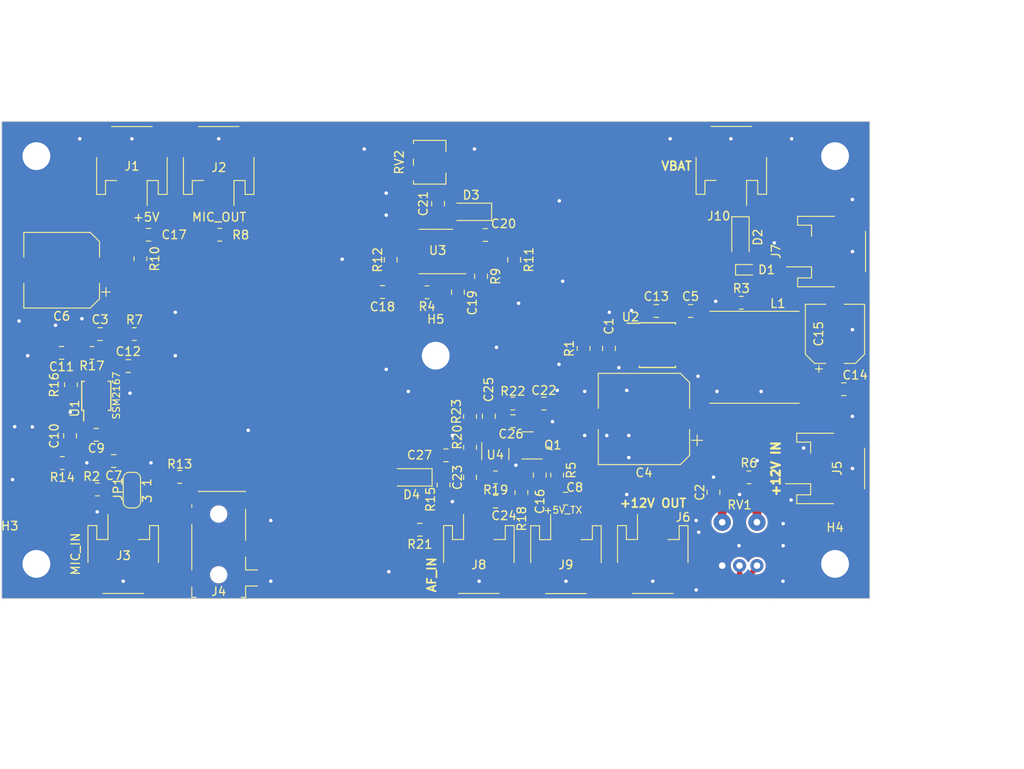
<source format=kicad_pcb>
(kicad_pcb (version 20221018) (generator pcbnew)
  (layers (0 "F.Cu" signal) (31 "B.Cu" signal) (34 "B.Paste" user) (35 "F.Paste" user) (36 "B.SilkS" user "B.Silkscreen") (37 "F.SilkS" user "F.Silkscreen") (38 "B.Mask" user) (39 "F.Mask" user) (44 "Edge.Cuts" user))
  (net 0 "")
  (net 1 "/MIC")
  (net 2 "Net-(C3-Pad2)")
  (net 3 "Earth")
  (net 4 "Net-(D1-K)")
  (net 5 "Net-(U2--)")
  (net 6 "+5V")
  (net 7 "Net-(U1-~{SD})")
  (net 8 "Net-(J4-PadR)")
  (net 10 "Net-(JP1-B)")
  (net 11 "Net-(JP1-A)")
  (net 13 "+12V")
  (net 14 "Net-(U1-VOUT)")
  (net 15 "Net-(U2-BYPASS)")
  (net 16 "/+5V_MIC_COMP")
  (net 17 "Net-(U1-IN+)")
  (net 18 "TX+5V")
  (net 19 "Net-(U1-BUFOUT)")
  (net 20 "Net-(U1-VCAIN)")
  (net 21 "Net-(Q1-G)")
  (net 22 "Net-(U1-AVG)")
  (net 23 "Net-(C13-Pad1)")
  (net 24 "Net-(C13-Pad2)")
  (net 25 "Net-(C14-Pad1)")
  (net 26 "/SPK")
  (net 27 "/AUDIO_IN")
  (net 28 "Net-(C22-Pad2)")
  (net 29 "Net-(L1-Pad1)")
  (net 30 "Net-(U4-G1)")
  (net 31 "Net-(R1-Pad1)")
  (net 32 "Net-(U1-GATE)")
  (net 33 "Net-(U1-COMP)")
  (net 34 "Net-(U4-G2)")
  (net 35 "Net-(U3A--)")
  (net 36 "Net-(U3A-+)")
  (net 37 "Net-(D3-K)")
  (net 38 "Net-(D3-A)")
  (net 39 "Net-(R11-Pad1)")
  (net 40 "Net-(U4-S)")
  (net 41 "Net-(U4-D)")
  (net 42 "/AF_AGC_OUT")
  (net 43 "/VBAT")
  (net 44 "Net-(D4-K)")
  (net 45 "Net-(D4-A)")
  (net 46 "/MIC_OUT")
  (net 47 "/+12V_IN")
  (net 48 "Net-(C19-Pad1)")
  (footprint "Resistor_SMD:R_0805_2012Metric" (layer "F.Cu") (at 155.2 60.9)
    (fp_text reference "R3")
    (fp_text value "47R")
  )
  (footprint "MountingHole:MountingHole_3.2mm_M3_Pad" (layer "F.Cu") (at 74 44)
    (fp_text reference "H1" hide)
    (fp_text value "MH")
  )
  (footprint "Capacitor_SMD:CP_Elec_8x10.5" (layer "F.Cu") (at 76.9112 57.15 180)
    (fp_text reference "C6")
    (fp_text value "100uFx6.3V")
  )
  (footprint "PhilsFootprintLibrary:Potentiometer_Switch" (layer "F.Cu") (at 155 91.2)
    (fp_text reference "RV1")
    (fp_text value "A10K")
    (fp_line (start -3.8 3.8) (end 3.8 3.8) (stroke (width 0.12)) (layer "Edge.Cuts"))
  )
  (footprint "Capacitor_SMD:C_0805_2012Metric" (layer "F.Cu") (at 132.461 72.517 180)
    (fp_text reference "C22")
    (fp_text value "106")
  )
  (footprint "Connector_JST:JST_PH_S2B-PH-SM4-TB_1x02-1MP_P2.00mm_Horizontal" (layer "F.Cu") (at 124.968 89.9)
    (fp_text reference "J8")
    (fp_text value "AF_IN")
  )
  (footprint "Diode_SMD:D_SOD-123" (layer "F.Cu") (at 124.079 50.419 180)
    (fp_text reference "D3")
    (fp_text value "MBR0520")
  )
  (footprint "Capacitor_SMD:CP_Elec_6.3x3" (layer "F.Cu") (at 165.989 64.483 90)
    (fp_text reference "C15")
    (fp_text value "227")
  )
  (footprint "Resistor_SMD:R_0805_2012Metric" (layer "F.Cu") (at 90.51 80.97 180)
    (fp_text reference "R13")
    (fp_text value "101")
  )
  (footprint "MountingHole:MountingHole_3.2mm_M3_Pad" (layer "F.Cu") (at 74 91)
    (fp_text reference "H3")
    (fp_text value "MH")
  )
  (footprint "Capacitor_SMD:CP_Elec_10x12.6" (layer "F.Cu") (at 143.986 74.295 180)
    (fp_text reference "C4")
    (fp_text value "1000uFx16V")
  )
  (footprint "Capacitor_SMD:C_0805_2012Metric" (layer "F.Cu") (at 145.415 61.849)
    (fp_text reference "C13")
    (fp_text value "106")
  )
  (footprint "Capacitor_SMD:C_0805_2012Metric" (layer "F.Cu") (at 134.96 83.48)
    (fp_text reference "C8")
    (fp_text value "104")
  )
  (footprint "Capacitor_SMD:C_0805_2012Metric" (layer "F.Cu") (at 82.9056 79.1464 180)
    (fp_text reference "C7")
    (fp_text value "104")
  )
  (footprint "Capacitor_SMD:C_0805_2012Metric" (layer "F.Cu") (at 128.905 74.549)
    (fp_text reference "C26")
    (fp_text value "106")
  )
  (footprint "Diode_SMD:D_SOD-523" (layer "F.Cu") (at 155.8 57.1)
    (fp_text reference "D1")
    (fp_text value "DZ2S036X0L")
  )
  (footprint "Resistor_SMD:R_0805_2012Metric" (layer "F.Cu") (at 77.978 70.358 -90)
    (fp_text reference "R16")
    (fp_text value "202")
  )
  (footprint "Resistor_SMD:R_0805_2012Metric" (layer "F.Cu") (at 120.904 81.915 -90)
    (fp_text reference "R15")
    (fp_text value "103")
  )
  (footprint "Capacitor_SMD:C_0805_2012Metric" (layer "F.Cu") (at 118.17 87.06 180)
    (fp_text reference "R21")
    (fp_text value "102")
  )
  (footprint "Resistor_SMD:R_0805_2012Metric" (layer "F.Cu") (at 128.8815 72.517 180)
    (fp_text reference "R22")
    (fp_text value "681")
  )
  (footprint "Package_TO_SOT_SMD:SOT-23" (layer "F.Cu") (at 130.6045 77.343 180)
    (fp_text reference "Q1")
    (fp_text value "BSS123")
  )
  (footprint "Diode_SMD:D_SOD-123" (layer "F.Cu") (at 117.221 81.026 180)
    (fp_text reference "D4")
    (fp_text value "MBR0520")
  )
  (footprint "Capacitor_SMD:C_0805_2012Metric" (layer "F.Cu") (at 86.9188 53.0606)
    (fp_text reference "C17")
    (fp_text value "104")
  )
  (footprint "Capacitor_SMD:C_0805_2012Metric" (layer "F.Cu") (at 151.9936 82.7532 -90)
    (fp_text reference "C2")
    (fp_text value "106")
  )
  (footprint "MountingHole:MountingHole_3.2mm_M3_Pad" (layer "F.Cu") (at 166 44)
    (fp_text reference "H2" hide)
    (fp_text value "MH")
  )
  (footprint "Connector_JST:JST_PH_S2B-PH-SM4-TB_1x02-1MP_P2.00mm_Horizontal" (layer "F.Cu") (at 164.8968 80 90)
    (fp_text reference "J5")
    (fp_text value "+12V IN")
  )
  (footprint "Capacitor_SMD:C_0805_2012Metric" (layer "F.Cu") (at 129.032 55.946 90)
    (fp_text reference "R11")
    (fp_text value "102")
  )
  (footprint "Capacitor_SMD:C_0805_2012Metric" (layer "F.Cu") (at 113.858 59.6646)
    (fp_text reference "C18")
    (fp_text value "104")
  )
  (footprint "Resistor_SMD:R_0805_2012Metric" (layer "F.Cu") (at 133.985 80.772 90)
    (fp_text reference "R5")
    (fp_text value "103")
  )
  (footprint "Connector_JST:JST_PH_S2B-PH-SM4-TB_1x02-1MP_P2.00mm_Horizontal" (layer "F.Cu") (at 154.051 45.085 180)
    (fp_text reference "J10")
    (fp_text value "VBAT")
  )
  (footprint "Resistor_SMD:R_0805_2012Metric" (layer "F.Cu") (at 76.9855 79.375 180)
    (fp_text reference "R14")
    (fp_text value "103")
  )
  (footprint "Capacitor_SMD:C_0805_2012Metric" (layer "F.Cu") (at 149.352 61.849)
    (fp_text reference "C5")
    (fp_text value "106")
  )
  (footprint "Resistor_SMD:R_0805_2012Metric" (layer "F.Cu") (at 85.2932 64.516)
    (fp_text reference "R7")
    (fp_text value "472")
  )
  (footprint "Resistor_SMD:R_0805_2012Metric" (layer "F.Cu") (at 81.026 82.423)
    (fp_text reference "R2")
    (fp_text value "103")
  )
  (footprint "Jumper:SolderJumper-3_P1.3mm_Open_RoundedPad1.0x1.5mm_NumberLabels" (layer "F.Cu") (at 85 82.5 -90)
    (fp_text reference "JP1")
    (fp_text value "MIC" hide)
  )
  (footprint "Capacitor_SMD:C_0805_2012Metric" (layer "F.Cu") (at 114.808 55.946 -90)
    (fp_text reference "R12")
    (fp_text value "105")
  )
  (footprint "Resistor_SMD:R_0805_2012Metric" (layer "F.Cu") (at 95.123 53.0606)
    (fp_text reference "R8")
    (fp_text value "472")
  )
  (footprint "Capacitor_SMD:C_0805_2012Metric" (layer "F.Cu") (at 76.901 66.675 180)
    (fp_text reference "C11")
    (fp_text value "104")
  )
  (footprint "Capacitor_SMD:C_0805_2012Metric" (layer "F.Cu") (at 120.269 49.469 -90)
    (fp_text reference "C21")
    (fp_text value "105")
  )
  (footprint "Resistor_SMD:R_0805_2012Metric" (layer "F.Cu") (at 156.083 81.026)
    (fp_text reference "R6")
    (fp_text value "106")
  )
  (footprint "Connector_JST:JST_PH_S2B-PH-SM4-TB_1x02-1MP_P2.00mm_Horizontal" (layer "F.Cu") (at 95 45.1 180)
    (fp_text reference "J2")
    (fp_text value "MIC_OUT")
  )
  (footprint "Capacitor_SMD:C_0805_2012Metric" (layer "F.Cu") (at 122.555 59.69 90)
    (fp_text reference "C19")
    (fp_text value "104")
  )
  (footprint "Capacitor_SMD:C_0805_2012Metric" (layer "F.Cu") (at 125.7198 53.086 180)
    (fp_text reference "C20")
    (fp_text value "104")
  )
  (footprint "Resistor_SMD:R_0805_2012Metric" (layer "F.Cu") (at 85.979 55.8273 -90)
    (fp_text reference "R10")
    (fp_text value "47R")
  )
  (footprint "Capacitor_SMD:C_0805_2012Metric" (layer "F.Cu") (at 84.582 68.199)
    (fp_text reference "C12")
    (fp_text value "106")
  )
  (footprint "Resistor_SMD:R_0805_2012Metric" (layer "F.Cu") (at 126.873 81.026)
    (fp_text reference "R19")
    (fp_text value "103")
  )
  (footprint "Resistor_SMD:R_0805_2012Metric" (layer "F.Cu") (at 129.8702 82.7786 90)
    (fp_text reference "R18")
    (fp_text value "103")
  )
  (footprint "Diode_SMD:D_SOD-123" (layer "F.Cu") (at 155.1 53.35 -90)
    (fp_text reference "D2")
    (fp_text value "1N4148")
  )
  (footprint "Connector_JST:JST_PH_S2B-PH-SM4-TB_1x02-1MP_P2.00mm_Horizontal" (layer "F.Cu") (at 84 89.9)
    (fp_text reference "J3")
    (fp_text value "MIC_IN")
  )
  (footprint "Capacitor_SMD:C_0805_2012Metric" (layer "F.Cu") (at 167.005 70.866)
    (fp_text reference "C14")
    (fp_text value "473")
  )
  (footprint "Capacitor_SMD:C_0805_2012Metric" (layer "F.Cu") (at 81.341 64.516)
    (fp_text reference "C3")
    (fp_text value "106")
  )
  (footprint "Capacitor_SMD:C_0805_2012Metric" (layer "F.Cu") (at 139.954 66.167 -90)
    (fp_text reference "C1")
    (fp_text value "222")
  )
  (footprint "Capacitor_SMD:C_0805_2012Metric" (layer "F.Cu") (at 80.899 76.1238 180)
    (fp_text reference "C9")
    (fp_text value "106")
  )
  (footprint "Capacitor_SMD:C_0805_2012Metric" (layer "F.Cu") (at 77.8764 76.2406 -90)
    (fp_text reference "C10")
    (fp_text value "104")
  )
  (footprint "Capacitor_SMD:C_0805_2012Metric" (layer "F.Cu") (at 131.9784 80.772 -90)
    (fp_text reference "C16")
    (fp_text value "104")
  )
  (footprint "Capacitor_SMD:C_0805_2012Metric" (layer "F.Cu") (at 121.1732 78.486)
    (fp_text reference "C27")
    (fp_text value "104")
  )
  (footprint "Resistor_SMD:R_0805_2012Metric" (layer "F.Cu") (at 123.952 77.5735 90)
    (fp_text reference "R20")
    (fp_text value "101")
  )
  (footprint "Resistor_SMD:R_0805_2012Metric" (layer "F.Cu") (at 123.952 74.0175 90)
    (fp_text reference "R23")
    (fp_text value "221")
  )
  (footprint "Connector_JST:JST_PH_S2B-PH-SM4-TB_1x02-1MP_P2.00mm_Horizontal" (layer "F.Cu") (at 85 45.1 180)
    (fp_text reference "J1")
    (fp_text value "+5V")
  )
  (footprint "PhilsFootprintLibrary:Jack_3.5mm_PJ342_Horizontal2" (layer "F.Cu") (at 95 87.95 180)
    (fp_text reference "J4")
    (fp_text value "AudioJack3_Ground_SwitchTR")
  )
  (footprint "Connector_JST:JST_PH_S2B-PH-SM4-TB_1x02-1MP_P2.00mm_Horizontal" (layer "F.Cu") (at 145 89.9)
    (fp_text reference "J6")
    (fp_text value "+12V OUT")
  )
  (footprint "Resistor_SMD:R_0805_2012Metric" (layer "F.Cu") (at 137.033 66.167 90)
    (fp_text reference "R1")
    (fp_text value "103")
  )
  (footprint "Package_SO:PowerIntegrations_SO-8" (layer "F.Cu") (at 145.542 65.786)
    (fp_text reference "U2")
    (fp_text value "LM386")
  )
  (footprint "Resistor_SMD:R_0805_2012Metric" (layer "F.Cu") (at 118.999 59.69 180)
    (fp_text reference "R4")
    (fp_text value "510")
  )
  (footprint "Package_TO_SOT_SMD:SOT-143R" (layer "F.Cu") (at 126.861 78.359)
    (fp_text reference "U4")
    (fp_text value "BF998R")
  )
  (footprint "MountingHole:MountingHole_3.2mm_M3_Pad" (layer "F.Cu") (at 166 91)
    (fp_text reference "H4")
    (fp_text value "MH")
  )
  (footprint "Capacitor_SMD:C_0805_2012Metric" (layer "F.Cu") (at 125.222 57.851 90)
    (fp_text reference "R9")
    (fp_text value "104")
  )
  (footprint "Capacitor_SMD:C_0805_2012Metric" (layer "F.Cu") (at 126.9 83.82)
    (fp_text reference "C24")
    (fp_text value "104")
  )
  (footprint "Package_SO:SO-8_3.9x4.9mm_P1.27mm" (layer "F.Cu") (at 120.015 54.991 180)
    (fp_text reference "U3")
    (fp_text value "LM358")
  )
  (footprint "Connector_JST:JST_PH_S2B-PH-SM4-TB_1x02-1MP_P2.00mm_Horizontal" (layer "F.Cu") (at 135.001 89.916)
    (fp_text reference "J9")
    (fp_text value "+5V_TX")
  )
  (footprint "Package_SO:MSOP-10_3x3mm_P0.5mm" (layer "F.Cu") (at 80.899 71.628 90)
    (fp_text reference "U1")
    (fp_text value "SSM2167")
  )
  (footprint "Capacitor_SMD:C_0805_2012Metric" (layer "F.Cu") (at 123.952 81.026 90)
    (fp_text reference "C23")
    (fp_text value "105")
  )
  (footprint "Connector_JST:JST_PH_S2B-PH-SM4-TB_1x02-1MP_P2.00mm_Horizontal" (layer "F.Cu") (at 165 55 90)
    (fp_text reference "J7")
    (fp_text value "SPEAKER")
  )
  (footprint "Capacitor_SMD:C_0805_2012Metric" (layer "F.Cu") (at 126.111 73.98 -90)
    (fp_text reference "C25")
    (fp_text value "106")
  )
  (footprint "Potentiometer_SMD:Potentiometer_Bourns_3224W_Vertical" (layer "F.Cu") (at 119.3038 44.704 90)
    (fp_text reference "RV2")
    (fp_text value "503")
  )
  (footprint "Resistor_SMD:R_0805_2012Metric" (layer "F.Cu") (at 80.391 66.675)
    (fp_text reference "R17")
    (fp_text value "473")
  )
  (footprint "MountingHole:MountingHole_3.2mm_M3_Pad" (layer "F.Cu") (at 120 67)
    (fp_text reference "H5")
    (fp_text value "MH")
  )
  (footprint "Inductor_SMD:L_Taiyo-Yuden_NR-10050_9.8x10.0mm" (layer "F.Cu") (at 156.718 67.183)
    (fp_text reference "L1")
    (fp_text value "L_Ferrite")
  )
  (gr_line (start 170 40) (end 170 95) (stroke (width 0.1)) (layer "Edge.Cuts"))
  (gr_line (start 170 95) (end 158.8 95) (stroke (width 0.1)) (layer "Edge.Cuts"))
  (gr_line (start 70 40) (end 170 40) (stroke (width 0.1)) (layer "Edge.Cuts"))
  (gr_line (start 70 95) (end 70 40) (stroke (width 0.1)) (layer "Edge.Cuts"))
  (gr_line (start 151.2 95) (end 70 95) (stroke (width 0.1)) (layer "Edge.Cuts"))
  (segment (start 82.0155 82.5) (end 81.9385 82.423) (width 0.6) (layer "F.Cu") (net 1))
  (segment (start 81.9556 79.1464) (end 81.9385 79.1635) (width 0.6) (layer "F.Cu") (net 1))
  (segment (start 83 85.9972) (end 81.9385 84.9357) (width 0.6) (layer "F.Cu") (net 1))
  (segment (start 85 82.5) (end 82.0155 82.5) (width 0.6) (layer "F.Cu") (net 1))
  (segment (start 81.9385 84.9357) (end 81.9385 82.423) (width 0.6) (layer "F.Cu") (net 1))
  (segment (start 81.9385 79.1635) (end 81.9385 82.423) (width 0.6) (layer "F.Cu") (net 1))
  (segment (start 83 87.05) (end 83 85.9972) (width 0.6) (layer "F.Cu") (net 1))
  (segment (start 82.291 64.516) (end 84.3807 64.516) (width 0.6) (layer "F.Cu") (net 2))
  (via (at 125 93) (size 0.8) (drill 0.4) (layers "F.Cu" "B.Cu") (net 3))
  (via (at 71.247 81.28) (size 0.8) (drill 0.4) (layers "F.Cu" "B.Cu") (net 3))
  (via (at 84 93) (size 0.8) (drill 0.4) (layers "F.Cu" "B.Cu") (net 3))
  (via (at 154.94 88.9) (size 0.8) (drill 0.4) (layers "F.Cu" "B.Cu") (net 3))
  (via (at 79.8068 79.3496) (size 0.8) (drill 0.4) (layers "F.Cu" "B.Cu") (net 3))
  (via (at 134.239 49.149) (size 0.8) (drill 0.4) (layers "F.Cu" "B.Cu") (net 3))
  (via (at 168 49) (size 0.8) (drill 0.4) (layers "F.Cu" "B.Cu") (net 3))
  (via (at 114.3 48.26) (size 0.8) (drill 0.4) (layers "F.Cu" "B.Cu") (net 3))
  (via (at 87.1982 79.3496) (size 0.8) (drill 0.4) (layers "F.Cu" "B.Cu") (net 3))
  (via (at 155 83) (size 0.8) (drill 0.4) (layers "F.Cu" "B.Cu") (net 3))
  (via (at 168 55) (size 0.8) (drill 0.4) (layers "F.Cu" "B.Cu") (net 3))
  (via (at 152.2476 60.7314) (size 0.8) (drill 0.4) (layers "F.Cu" "B.Cu") (net 3))
  (via (at 157.48 71.12) (size 0.8) (drill 0.4) (layers "F.Cu" "B.Cu") (net 3))
  (via (at 101 86) (size 0.8) (drill 0.4) (layers "F.Cu" "B.Cu") (net 3))
  (via (at 98.4 75.6) (size 0.8) (drill 0.4) (layers "F.Cu" "B.Cu") (net 3))
  (via (at 114.3 50.8) (size 0.8) (drill 0.4) (layers "F.Cu" "B.Cu") (net 3))
  (via (at 150 86) (size 0.8) (drill 0.4) (layers "F.Cu" "B.Cu") (net 3))
  (via (at 76.2 63.5) (size 0.8) (drill 0.4) (layers "F.Cu" "B.Cu") (net 3))
  (via (at 152 81) (size 0.8) (drill 0.4) (layers "F.Cu" "B.Cu") (net 3))
  (via (at 152.4 71.12) (size 0.8) (drill 0.4) (layers "F.Cu" "B.Cu") (net 3))
  (via (at 134.2 68) (size 0.8) (drill 0.4) (layers "F.Cu" "B.Cu") (net 3))
  (via (at 150 94) (size 0.8) (drill 0.4) (layers "F.Cu" "B.Cu") (net 3))
  (via (at 150.2918 87.3506) (size 0.8) (drill 0.4) (layers "F.Cu" "B.Cu") (net 3))
  (via (at 142 71) (size 0.8) (drill 0.4) (layers "F.Cu" "B.Cu") (net 3))
  (via (at 109.22 55.88) (size 0.8) (drill 0.4) (layers "F.Cu" "B.Cu") (net 3))
  (via (at 134.62 58.42) (size 0.8) (drill 0.4) (layers "F.Cu" "B.Cu") (net 3))
  (via (at 79 42) (size 0.8) (drill 0.4) (layers "F.Cu" "B.Cu") (net 3))
  (via (at 137.16 71.12) (size 0.8) (drill 0.4) (layers "F.Cu" "B.Cu") (net 3))
  (via (at 160.9344 83.6422) (size 0.8) (drill 0.4) (layers "F.Cu" "B.Cu") (net 3))
  (via (at 73.533 75.2094) (size 0.8) (drill 0.4) (layers "F.Cu" "B.Cu") (net 3))
  (via (at 116.84 71.12) (size 0.8) (drill 0.4) (layers "F.Cu" "B.Cu") (net 3))
  (via (at 147 42) (size 0.8) (drill 0.4) (layers "F.Cu" "B.Cu") (net 3))
  (via (at 114.3 68.58) (size 0.8) (drill 0.4) (layers "F.Cu" "B.Cu") (net 3))
  (via (at 73 67) (size 0.8) (drill 0.4) (layers "F.Cu" "B.Cu") (net 3))
  (via (at 121.92 76.2) (size 0.8) (drill 0.4) (layers "F.Cu" "B.Cu") (net 3))
  (via (at 168 64) (size 0.8) (drill 0.4) (layers "F.Cu" "B.Cu") (net 3))
  (via (at 90 62) (size 0.8) (drill 0.4) (layers "F.Cu" "B.Cu") (net 3))
  (via (at 111.76 43.18) (size 0.8) (drill 0.4) (layers "F.Cu" "B.Cu") (net 3))
  (via (at 81 85) (size 0.8) (drill 0.4) (layers "F.Cu" "B.Cu") (net 3))
  (via (at 168 74) (size 0.8) (drill 0.4) (layers "F.Cu" "B.Cu") (net 3))
  (via (at 129.2352 79.629) (size 0.8) (drill 0.4) (layers "F.Cu" "B.Cu") (net 3))
  (via (at 142.5448 61.7982) (size 0.8) (drill 0.4) (layers "F.Cu" "B.Cu") (net 3))
  (via (at 134 71) (size 0.8) (drill 0.4) (layers "F.Cu" "B.Cu") (net 3))
  (via (at 160.02 88.9) (size 0.8) (drill 0.4) (layers "F.Cu" "B.Cu") (net 3))
  (via (at 101 93) (size 0.8) (drill 0.4) (layers "F.Cu" "B.Cu") (net 3))
  (via (at 77.9018 73.5076) (size 0.8) (drill 0.4) (layers "F.Cu" "B.Cu") (net 3))
  (via (at 142.24 78.74) (size 0.8) (drill 0.4) (layers "F.Cu" "B.Cu") (net 3))
  (via (at 161 42) (size 0.8) (drill 0.4) (layers "F.Cu" "B.Cu") (net 3))
  (via (at 127 66.04) (size 0.8) (drill 0.4) (layers "F.Cu" "B.Cu") (net 3))
  (via (at 140 62) (size 0.8) (drill 0.4) (layers "F.Cu" "B.Cu") (net 3))
  (via (at 160 93) (size 0.8) (drill 0.4) (layers "F.Cu" "B.Cu") (net 3))
  (via (at 150.2156 69.3674) (size 0.8) (drill 0.4) (layers "F.Cu" "B.Cu") (net 3))
  (via (at 84.7852 71.3232) (size 0.8) (drill 0.4) (layers "F.Cu" "B.Cu") (net 3))
  (via (at 79.248 62.738) (size 0.8) (drill 0.4) (layers "F.Cu" "B.Cu") (net 3))
  (via (at 162.3822 77.6478) (size 0.8) (drill 0.4) (layers "F.Cu" "B.Cu") (net 3))
  (via (at 72 63) (size 0.8) (drill 0.4) (layers "F.Cu" "B.Cu") (net 3))
  (via (at 142 83) (size 0.8) (drill 0.4) (layers "F.Cu" "B.Cu") (net 3))
  (via (at 154 42) (size 0.8) (drill 0.4) (layers "F.Cu" "B.Cu") (net 3))
  (via (at 142.24 76.2) (size 0.8) (drill 0.4) (layers "F.Cu" "B.Cu") (net 3))
  (via (at 90 67) (size 0.8) (drill 0.4) (layers "F.Cu" "B.Cu") (net 3))
  (via (at 141.097 68.3768) (size 0.8) (drill 0.4) (layers "F.Cu" "B.Cu") (net 3))
  (via (at 95 42) (size 0.8) (drill 0.4) (layers "F.Cu" "B.Cu") (net 3))
  (via (at 159 54) (size 0.8) (drill 0.4) (layers "F.Cu" "B.Cu") (net 3))
  (via (at 71.501 75.184) (size 0.8) (drill 0.4) (layers "F.Cu" "B.Cu") (net 3))
  (via (at 129.54 60.96) (size 0.8) (drill 0.4) (layers "F.Cu" "B.Cu") (net 3))
  (via (at 121.92 83.82) (size 0.8) (drill 0.4) (layers "F.Cu" "B.Cu") (net 3))
  (via (at 139.7 76.2) (size 0.8) (drill 0.4) (layers "F.Cu" "B.Cu") (net 3))
  (via (at 168 80) (size 0.8) (drill 0.4) (layers "F.Cu" "B.Cu") (net 3))
  (via (at 85 42) (size 0.8) (drill 0.4) (layers "F.Cu" "B.Cu") (net 3))
  (via (at 124.46 43.18) (size 0.8) (drill 0.4) (layers "F.Cu" "B.Cu") (net 3))
  (via (at 145 93) (size 0.8) (drill 0.4) (layers "F.Cu" "B.Cu") (net 3))
  (via (at 135 93) (size 0.8) (drill 0.4) (layers "F.Cu" "B.Cu") (net 3))
  (via (at 157.0228 79.0956) (size 0.8) (drill 0.4) (layers "F.Cu" "B.Cu") (net 3))
  (via (at 133.4516 74.5998) (size 0.8) (drill 0.4) (layers "F.Cu" "B.Cu") (net 3))
  (via (at 137.16 76.2) (size 0.8) (drill 0.4) (layers "F.Cu" "B.Cu") (net 3))
  (via (at 160.02 86.36) (size 0.8) (drill 0.4) (layers "F.Cu" "B.Cu") (net 3))
  (via (at 114.6 91.9) (size 0.8) (drill 0.4) (layers "F.Cu" "B.Cu") (net 3))
  (segment (start 155.15 55.05) (end 155.15 81.009) (width 0.3) (layer "F.Cu") (net 4))
  (segment (start 155.1 55) (end 155.15 55.05) (width 0.3) (layer "F.Cu") (net 4))
  (segment (start 139.954 65.217) (end 137.033 65.217) (width 0.6) (layer "F.Cu") (net 5))
  (segment (start 142.817 65.151) (end 140.02 65.151) (width 0.6) (layer "F.Cu") (net 5))
  (segment (start 140.02 65.151) (end 139.954 65.217) (width 0.6) (layer "F.Cu") (net 5))
  (segment (start 114.8388 43.454) (end 111.5822 46.7106) (width 0.6) (layer "F.Cu") (net 6))
  (segment (start 112.596 56.896) (end 114.808 56.896) (width 1) (layer "F.Cu") (net 6))
  (segment (start 86 47.95) (end 86 54.8938) (width 1) (layer "F.Cu") (net 6))
  (segment (start 86 46.3086) (end 86.8086 45.5) (width 1) (layer "F.Cu") (net 6))
  (segment (start 86.8086 45.5) (end 103.158 45.5) (width 1) (layer "F.Cu") (net 6))
  (segment (start 111.5822 53.9242) (end 111.5822 55.8822) (width 1) (layer "F.Cu") (net 6))
  (segment (start 86 47.95) (end 86 46.3086) (width 1) (layer "F.Cu") (net 6))
  (segment (start 111.5822 46.7106) (end 111.5822 53.9242) (width 0.6) (layer "F.Cu") (net 6))
  (segment (start 111.5822 55.8822) (end 112.596 56.896) (width 1) (layer "F.Cu") (net 6))
  (segment (start 86 54.8938) (end 85.979 54.9148) (width 1) (layer "F.Cu") (net 6))
  (segment (start 117.8538 43.454) (end 114.8388 43.454) (width 0.6) (layer "F.Cu") (net 6))
  (segment (start 117.44 56.896) (end 114.808 56.896) (width 0.6) (layer "F.Cu") (net 6))
  (segment (start 103.158 45.5) (end 111.5822 53.9242) (width 1) (layer "F.Cu") (net 6))
  (segment (start 80.899 73.828) (end 80.899 76.747328) (width 0.3) (layer "F.Cu") (net 7))
  (segment (start 77.8745 76.8115) (end 77.8764 76.8096) (width 0.3) (layer "F.Cu") (net 7))
  (segment (start 80.447528 77.1988) (end 78.2656 77.1988) (width 0.3) (layer "F.Cu") (net 7))
  (segment (start 80.899 76.747328) (end 80.447528 77.1988) (width 0.3) (layer "F.Cu") (net 7))
  (segment (start 78.2656 77.1988) (end 77.8764 76.8096) (width 0.3) (layer "F.Cu") (net 7))
  (segment (start 77.8745 78.6384) (end 77.8745 76.8115) (width 0.3) (layer "F.Cu") (net 7))
  (segment (start 93 82.15) (end 93 85.238478) (width 0.6) (layer "F.Cu") (net 8))
  (segment (start 92.1554 81.3054) (end 93 82.15) (width 0.6) (layer "F.Cu") (net 8))
  (segment (start 97.161522 89.4) (end 98.5 89.4) (width 0.6) (layer "F.Cu") (net 8))
  (segment (start 93 85.238478) (end 97.161522 89.4) (width 0.6) (layer "F.Cu") (net 8))
  (segment (start 91.4146 81.3054) (end 92.1554 81.3054) (width 0.6) (layer "F.Cu") (net 8))
  (segment (start 85 83.8) (end 86.467 83.8) (width 0.6) (layer "F.Cu") (net 10))
  (segment (start 88.265 85.598) (end 88.265 89.565) (width 0.6) (layer "F.Cu") (net 10))
  (segment (start 88.265 89.565) (end 91.5 92.8) (width 0.6) (layer "F.Cu") (net 10))
  (segment (start 86.467 83.8) (end 88.265 85.598) (width 0.6) (layer "F.Cu") (net 10))
  (segment (start 85 81.2) (end 89.6347 81.2) (width 0.6) (layer "F.Cu") (net 11))
  (segment (start 89.6347 81.2) (end 89.6366 81.2019) (width 0.6) (layer "F.Cu") (net 11))
  (segment (start 89.6366 84.2866) (end 90.95 85.6) (width 0.6) (layer "F.Cu") (net 11))
  (segment (start 90.95 85.6) (end 91.5 85.6) (width 0.6) (layer "F.Cu") (net 11))
  (segment (start 89.6366 81.2019) (end 89.6366 84.2866) (width 0.6) (layer "F.Cu") (net 11))
  (segment (start 146.05 69.05) (end 148.336 71.336) (width 1) (layer "F.Cu") (net 13))
  (segment (start 148.267 66.421) (end 146.304 66.421) (width 1) (layer "F.Cu") (net 13))
  (segment (start 153 86.2) (end 153 84.42) (width 1) (layer "F.Cu") (net 13))
  (segment (start 144 82) (end 148.336 77.664) (width 1) (layer "F.Cu") (net 13))
  (segment (start 152.273 83.693) (end 144 83.693) (width 1) (layer "F.Cu") (net 13))
  (segment (start 146.304 66.421) (end 146.05 66.675) (width 1) (layer "F.Cu") (net 13))
  (segment (start 144 83.693) (end 144 82) (width 1) (layer "F.Cu") (net 13))
  (segment (start 148.336 71.336) (end 148.336 74.295) (width 1) (layer "F.Cu") (net 13))
  (segment (start 148.336 77.664) (end 148.336 74.295) (width 1) (layer "F.Cu") (net 13))
  (segment (start 146.05 66.675) (end 146.05 69.05) (width 1) (layer "F.Cu") (net 13))
  (segment (start 153 84.42) (end 152.273 83.693) (width 1) (layer "F.Cu") (net 13))
  (segment (start 144 87.05) (end 144 83.693) (width 1) (layer "F.Cu") (net 13))
  (segment (start 80.399 64.524) (end 80.391 64.516) (width 0.3) (layer "F.Cu") (net 14))
  (segment (start 80.399 69.428) (end 80.399 64.524) (width 0.3) (layer "F.Cu") (net 14))
  (segment (start 150.302 64.716) (end 150.302 61.849) (width 0.6) (layer "F.Cu") (net 15))
  (segment (start 148.267 65.151) (end 149.867 65.151) (width 0.6) (layer "F.Cu") (net 15))
  (segment (start 149.867 65.151) (end 150.302 64.716) (width 0.6) (layer "F.Cu") (net 15))
  (segment (start 79.899 69.428) (end 79.899 68.723) (width 0.3) (layer "F.Cu") (net 16))
  (segment (start 77.851 66.675) (end 79.4785 66.675) (width 0.3) (layer "F.Cu") (net 16))
  (segment (start 86.0298 56.6674) (end 85.5472 57.15) (width 0.6) (layer "F.Cu") (net 16))
  (segment (start 85.5472 57.15) (end 80.6112 57.15) (width 0.6) (layer "F.Cu") (net 16))
  (segment (start 80.6112 57.15) (end 77.851 59.9102) (width 0.6) (layer "F.Cu") (net 16))
  (segment (start 76.0476 70.358) (end 76.9601 69.4455) (width 0.6) (layer "F.Cu") (net 16))
  (segment (start 79.899 68.723) (end 77.851 66.675) (width 0.3) (layer "F.Cu") (net 16))
  (segment (start 80.1135 82.423) (end 78.359 82.423) (width 0.6) (layer "F.Cu") (net 16))
  (segment (start 77.978 66.802) (end 77.851 66.675) (width 0.6) (layer "F.Cu") (net 16))
  (segment (start 76.9601 69.4455) (end 77.978 69.4455) (width 0.6) (layer "F.Cu") (net 16))
  (segment (start 77.851 59.9102) (end 77.851 66.675) (width 0.6) (layer "F.Cu") (net 16))
  (segment (start 76.0476 80.1116) (end 76.0476 70.358) (width 0.6) (layer "F.Cu") (net 16))
  (segment (start 78.359 82.423) (end 76.0476 80.1116) (width 0.6) (layer "F.Cu") (net 16))
  (segment (start 77.978 69.4455) (end 77.978 66.802) (width 0.6) (layer "F.Cu") (net 16))
  (segment (start 81.899 74.6346) (end 82.3132 75.0488) (width 0.3) (layer "F.Cu") (net 17))
  (segment (start 81.899 73.828) (end 81.899 74.6346) (width 0.3) (layer "F.Cu") (net 17))
  (segment (start 83.1768 75.0488) (end 83.8556 75.7276) (width 0.3) (layer "F.Cu") (net 17))
  (segment (start 83.8556 75.7276) (end 83.8556 79.375) (width 0.3) (layer "F.Cu") (net 17))
  (segment (start 82.3132 75.0488) (end 83.1768 75.0488) (width 0.3) (layer "F.Cu") (net 17))
  (segment (start 133.985 81.6845) (end 133.985 83.693) (width 0.6) (layer "F.Cu") (net 18))
  (segment (start 133.985 83.693) (end 133.985 87.05) (width 0.6) (layer "F.Cu") (net 18))
  (segment (start 133.985 87.05) (end 134.001 87.066) (width 0.6) (layer "F.Cu") (net 18))
  (segment (start 81.6966 75.2958) (end 81.6966 76.1238) (width 0.3) (layer "F.Cu") (net 19))
  (segment (start 81.399 73.828) (end 81.399 74.9982) (width 0.3) (layer "F.Cu") (net 19))
  (segment (start 81.399 74.9982) (end 81.6966 75.2958) (width 0.3) (layer "F.Cu") (net 19))
  (segment (start 80.399 73.828) (end 80.399 74.9474) (width 0.3) (layer "F.Cu") (net 20))
  (segment (start 79.7966 75.5498) (end 79.7966 76.1238) (width 0.3) (layer "F.Cu") (net 20))
  (segment (start 80.399 74.9474) (end 79.7966 75.5498) (width 0.3) (layer "F.Cu") (net 20))
  (segment (start 131.572 79.822) (end 133.9475 79.822) (width 0.6) (layer "F.Cu") (net 21))
  (segment (start 133.9475 79.822) (end 133.985 79.8595) (width 0.6) (layer "F.Cu") (net 21))
  (segment (start 129.8702 81.8661) (end 129.8702 81.5238) (width 0.6) (layer "F.Cu") (net 21))
  (segment (start 129.8702 81.5238) (end 131.572 79.822) (width 0.6) (layer "F.Cu") (net 21))
  (segment (start 131.542 78.293) (end 131.542 79.792) (width 0.6) (layer "F.Cu") (net 21))
  (segment (start 131.542 79.792) (end 131.572 79.822) (width 0.6) (layer "F.Cu") (net 21))
  (segment (start 83.6066 68.1736) (end 83.632 68.199) (width 0.3) (layer "F.Cu") (net 22))
  (segment (start 82.042 68.1736) (end 83.6066 68.1736) (width 0.3) (layer "F.Cu") (net 22))
  (segment (start 81.899 69.428) (end 81.899 68.3166) (width 0.3) (layer "F.Cu") (net 22))
  (segment (start 81.899 68.3166) (end 82.042 68.1736) (width 0.3) (layer "F.Cu") (net 22))
  (segment (start 142.817 63.881) (end 143.764 63.881) (width 0.6) (layer "F.Cu") (net 23))
  (segment (start 144.465 63.18) (end 144.465 61.849) (width 0.6) (layer "F.Cu") (net 23))
  (segment (start 143.764 63.881) (end 144.465 63.18) (width 0.6) (layer "F.Cu") (net 23))
  (segment (start 148.267 63.881) (end 147.066 63.881) (width 0.6) (layer "F.Cu") (net 24))
  (segment (start 147.066 63.881) (end 146.365 63.18) (width 0.6) (layer "F.Cu") (net 24))
  (segment (start 146.365 63.18) (end 146.365 61.849) (width 0.6) (layer "F.Cu") (net 24))
  (segment (start 160.718 70.018) (end 161.6 70.9) (width 0.6) (layer "F.Cu") (net 25))
  (segment (start 161.6 70.9) (end 166.021 70.9) (width 0.6) (layer "F.Cu") (net 25))
  (segment (start 166.055 70.866) (end 166.055 67.249) (width 0.6) (layer "F.Cu") (net 25))
  (segment (start 166.021 70.9) (end 166.055 70.866) (width 0.6) (layer "F.Cu") (net 25))
  (segment (start 156.1125 60.9) (end 160.718 65.5055) (width 0.6) (layer "F.Cu") (net 25))
  (segment (start 166.055 67.249) (end 165.989 67.183) (width 0.6) (layer "F.Cu") (net 25))
  (segment (start 160.718 65.5055) (end 160.718 67.183) (width 0.6) (layer "F.Cu") (net 25))
  (segment (start 160.718 67.183) (end 160.718 70.018) (width 0.6) (layer "F.Cu") (net 25))
  (segment (start 165 58.46066) (end 165.989 59.44966) (width 0.6) (layer "F.Cu") (net 26))
  (segment (start 164 56) (end 165 57) (width 0.6) (layer "F.Cu") (net 26))
  (segment (start 165 57) (end 165 58.46066) (width 0.6) (layer "F.Cu") (net 26))
  (segment (start 162.15 56) (end 164 56) (width 0.6) (layer "F.Cu") (net 26))
  (segment (start 165.989 59.44966) (end 165.989 61.783) (width 0.6) (layer "F.Cu") (net 26))
  (segment (start 119.12 87.06) (end 119.13 87.05) (width 0.6) (layer "F.Cu") (net 27))
  (segment (start 123.952 87.034) (end 123.968 87.05) (width 0.6) (layer "F.Cu") (net 27))
  (segment (start 119.13 87.05) (end 123.968 87.05) (width 0.6) (layer "F.Cu") (net 27))
  (segment (start 120.2925 59.69) (end 119.9115 59.309) (width 0.5) (layer "F.Cu") (net 28))
  (segment (start 131.511 72.517) (end 131.511 65.852) (width 0.6) (layer "F.Cu") (net 28))
  (segment (start 123.319949 59.69) (end 120.2925 59.69) (width 0.5) (layer "F.Cu") (net 28))
  (segment (start 125.41 59.751) (end 123.380949 59.751) (width 0.5) (layer "F.Cu") (net 28))
  (segment (start 131.511 65.852) (end 125.41 59.751) (width 0.5) (layer "F.Cu") (net 28))
  (segment (start 129.794 72.517) (end 131.511 72.517) (width 0.6) (layer "F.Cu") (net 28))
  (segment (start 123.380949 59.751) (end 123.319949 59.69) (width 0.5) (layer "F.Cu") (net 28))
  (segment (start 152.21 67.691) (end 152.718 67.183) (width 0.6) (layer "F.Cu") (net 29))
  (segment (start 154.2875 60.9) (end 152.718 62.4695) (width 0.6) (layer "F.Cu") (net 29))
  (segment (start 152.718 62.4695) (end 152.718 67.183) (width 0.6) (layer "F.Cu") (net 29))
  (segment (start 148.267 67.691) (end 152.21 67.691) (width 0.6) (layer "F.Cu") (net 29))
  (segment (start 123.952 80.076) (end 123.952 78.486) (width 0.6) (layer "F.Cu") (net 30))
  (segment (start 122.4382 78.486) (end 123.952 78.486) (width 0.6) (layer "F.Cu") (net 30))
  (segment (start 122.4128 78.4606) (end 122.4382 78.486) (width 0.6) (layer "F.Cu") (net 30))
  (segment (start 125.911 79.359) (end 124.669 79.359) (width 0.6) (layer "F.Cu") (net 30))
  (segment (start 124.669 79.359) (end 123.952 80.076) (width 0.6) (layer "F.Cu") (net 30))
  (segment (start 139.5 80.17723) (end 139.5 88.1158) (width 0.6) (layer "F.Cu") (net 31))
  (segment (start 155 92.2944) (end 155 91.2) (width 0.6) (layer "F.Cu") (net 31))
  (segment (start 137.033 67.117) (end 135.3058 68.8442) (width 0.6) (layer "F.Cu") (net 31))
  (segment (start 149.49203 89.8) (end 152.88463 93.1926) (width 0.6) (layer "F.Cu") (net 31))
  (segment (start 154.1018 93.1926) (end 155 92.2944) (width 0.6) (layer "F.Cu") (net 31))
  (segment (start 139.5 88.1158) (end 141.1842 89.8) (width 0.6) (layer "F.Cu") (net 31))
  (segment (start 146.35537 90.6526) (end 147.20797 89.8) (width 0.6) (layer "F.Cu") (net 31))
  (segment (start 147.20797 89.8) (end 149.49203 89.8) (width 0.6) (layer "F.Cu") (net 31))
  (segment (start 135.3058 68.8442) (end 135.3058 75.98303) (width 0.6) (layer "F.Cu") (net 31))
  (segment (start 135.3058 75.98303) (end 139.5 80.17723) (width 0.6) (layer "F.Cu") (net 31))
  (segment (start 142.79203 89.8) (end 143.64463 90.6526) (width 0.6) (layer "F.Cu") (net 31))
  (segment (start 141.1842 89.8) (end 142.79203 89.8) (width 0.6) (layer "F.Cu") (net 31))
  (segment (start 143.64463 90.6526) (end 146.35537 90.6526) (width 0.6) (layer "F.Cu") (net 31))
  (segment (start 152.88463 93.1926) (end 154.1018 93.1926) (width 0.6) (layer "F.Cu") (net 31))
  (segment (start 81.399 70.478) (end 80.6065 71.2705) (width 0.3) (layer "F.Cu") (net 32))
  (segment (start 81.399 69.428) (end 81.399 70.478) (width 0.3) (layer "F.Cu") (net 32))
  (segment (start 80.6065 71.2705) (end 77.978 71.2705) (width 0.3) (layer "F.Cu") (net 32))
  (segment (start 80.899 69.428) (end 80.899 68.0974) (width 0.3) (layer "F.Cu") (net 33))
  (segment (start 81.3035 67.6929) (end 81.3035 66.675) (width 0.3) (layer "F.Cu") (net 33))
  (segment (start 80.899 68.0974) (end 81.3035 67.6929) (width 0.3) (layer "F.Cu") (net 33))
  (segment (start 127.7855 81.026) (end 127.7855 83.5285) (width 0.6) (layer "F.Cu") (net 34))
  (segment (start 127.7855 83.5285) (end 127.95 83.693) (width 0.6) (layer "F.Cu") (net 34))
  (segment (start 127.811 81.0005) (end 127.7855 81.026) (width 0.6) (layer "F.Cu") (net 34))
  (segment (start 127.811 79.359) (end 127.811 81.0005) (width 0.6) (layer "F.Cu") (net 34))
  (segment (start 125.161 58.74) (end 125.222 58.801) (width 0.6) (layer "F.Cu") (net 35))
  (segment (start 120.777 56.642) (end 120.777 58.039) (width 0.6) (layer "F.Cu") (net 35))
  (segment (start 120.777 58.039) (end 121.478 58.74) (width 0.6) (layer "F.Cu") (net 35))
  (segment (start 121.793 55.626) (end 120.777 56.642) (width 0.6) (layer "F.Cu") (net 35))
  (segment (start 122.59 55.626) (end 121.793 55.626) (width 0.6) (layer "F.Cu") (net 35))
  (segment (start 122.555 58.74) (end 125.161 58.74) (width 0.6) (layer "F.Cu") (net 35))
  (segment (start 121.478 58.74) (end 122.555 58.74) (width 0.6) (layer "F.Cu") (net 35))
  (segment (start 124.234 54.356) (end 124.714 53.876) (width 0.6) (layer "F.Cu") (net 36))
  (segment (start 122.9106 44.704) (end 120.7538 44.704) (width 0.6) (layer "F.Cu") (net 36))
  (segment (start 124.7698 53.086) (end 124.7698 46.5632) (width 0.6) (layer "F.Cu") (net 36))
  (segment (start 124.7698 46.5632) (end 122.9106 44.704) (width 0.6) (layer "F.Cu") (net 36))
  (segment (start 124.714 53.876) (end 124.714 53.086) (width 0.6) (layer "F.Cu") (net 36))
  (segment (start 122.59 54.356) (end 124.234 54.356) (width 0.6) (layer "F.Cu") (net 36))
  (segment (start 129.032 50.165) (end 125.983 50.165) (width 0.6) (layer "F.Cu") (net 37))
  (segment (start 129.032 55.057) (end 129.032 50.165) (width 0.6) (layer "F.Cu") (net 37))
  (segment (start 125.983 50.165) (end 125.729 50.419) (width 0.6) (layer "F.Cu") (net 37))
  (segment (start 114.808 53.594) (end 115.316 53.086) (width 0.6) (layer "F.Cu") (net 38))
  (segment (start 114.808 54.996) (end 114.808 53.594) (width 0.6) (layer "F.Cu") (net 38))
  (segment (start 118.491 53.086) (end 120.269 51.308) (width 0.6) (layer "F.Cu") (net 38))
  (segment (start 122.429 50.419) (end 120.269 50.419) (width 0.6) (layer "F.Cu") (net 38))
  (segment (start 117.44 53.086) (end 118.491 53.086) (width 0.6) (layer "F.Cu") (net 38))
  (segment (start 120.269 51.308) (end 120.269 50.419) (width 0.6) (layer "F.Cu") (net 38))
  (segment (start 115.316 53.086) (end 117.44 53.086) (width 0.6) (layer "F.Cu") (net 38))
  (segment (start 122.59 56.896) (end 129.032 56.896) (width 0.6) (layer "F.Cu") (net 39))
  (segment (start 126.111 74.93) (end 123.952 74.93) (width 0.6) (layer "F.Cu") (net 40))
  (segment (start 126.111 77.359) (end 126.111 74.93) (width 0.6) (layer "F.Cu") (net 40))
  (segment (start 127.955 74.549) (end 127.955 72.531) (width 0.6) (layer "F.Cu") (net 41))
  (segment (start 127.955 72.531) (end 127.969 72.517) (width 0.6) (layer "F.Cu") (net 41))
  (segment (start 127.811 74.693) (end 127.955 74.549) (width 0.6) (layer "F.Cu") (net 41))
  (segment (start 127.811 77.359) (end 127.811 74.693) (width 0.6) (layer "F.Cu") (net 41))
  (segment (start 138.7 80.5086) (end 138.7 88.44717) (width 0.6) (layer "F.Cu") (net 42))
  (segment (start 138.7 88.44717) (end 140.852829 90.6) (width 0.6) (layer "F.Cu") (net 42))
  (segment (start 143.313259 91.4526) (end 146.68674 91.4526) (width 0.6) (layer "F.Cu") (net 42))
  (segment (start 149.16066 90.6) (end 152.55326 93.9926) (width 0.6) (layer "F.Cu") (net 42))
  (segment (start 129.667 74.737) (end 129.855 74.549) (width 0.6) (layer "F.Cu") (net 42))
  (segment (start 129.667 77.343) (end 129.667 74.737) (width 0.6) (layer "F.Cu") (net 42))
  (segment (start 135.5344 77.343) (end 138.7 80.5086) (width 0.6) (layer "F.Cu") (net 42))
  (segment (start 142.46066 90.6) (end 143.313259 91.4526) (width 0.6) (layer "F.Cu") (net 42))
  (segment (start 147.53934 90.6) (end 149.16066 90.6) (width 0.6) (layer "F.Cu") (net 42))
  (segment (start 154.43317 93.9926) (end 157 91.42577) (width 0.6) (layer "F.Cu") (net 42))
  (segment (start 152.55326 93.9926) (end 154.43317 93.9926) (width 0.6) (layer "F.Cu") (net 42))
  (segment (start 146.68674 91.4526) (end 147.53934 90.6) (width 0.6) (layer "F.Cu") (net 42))
  (segment (start 140.852829 90.6) (end 142.46066 90.6) (width 0.6) (layer "F.Cu") (net 42))
  (segment (start 157 91.42577) (end 157 91.2) (width 0.6) (layer "F.Cu") (net 42))
  (segment (start 129.667 77.343) (end 135.5344 77.343) (width 0.6) (layer "F.Cu") (net 42))
  (segment (start 155.051 47.935) (end 155.051 51.651) (width 0.6) (layer "F.Cu") (net 43))
  (segment (start 155.051 51.651) (end 155.1 51.7) (width 0.6) (layer "F.Cu") (net 43))
  (segment (start 125.9605 81.026) (end 118.871 81.026) (width 0.5) (layer "F.Cu") (net 44))
  (segment (start 118.999 61.595) (end 115.57 65.024) (width 0.6) (layer "F.Cu") (net 45))
  (segment (start 118.999 56.134) (end 118.999 60.706) (width 0.4) (layer "F.Cu") (net 45))
  (segment (start 117.44 55.626) (end 118.491 55.626) (width 0.4) (layer "F.Cu") (net 45))
  (segment (start 117.44 54.356) (end 117.44 55.626) (width 0.6) (layer "F.Cu") (net 45))
  (segment (start 118.491 55.626) (end 118.999 56.134) (width 0.4) (layer "F.Cu") (net 45))
  (segment (start 115.57 81.025) (end 115.571 81.026) (width 0.6) (layer "F.Cu") (net 45))
  (segment (start 118.999 60.706) (end 118.999 61.595) (width 0.6) (layer "F.Cu") (net 45))
  (segment (start 115.57 65.024) (end 115.57 81.025) (width 0.6) (layer "F.Cu") (net 45))
  (segment (start 96.0628 61.3156) (end 96.0355 61.2883) (width 0.6) (layer "F.Cu") (net 46))
  (segment (start 86.2057 64.516) (end 92.8624 64.516) (width 0.6) (layer "F.Cu") (net 46))
  (segment (start 96 52.1615) (end 96.0355 52.197) (width 0.6) (layer "F.Cu") (net 46))
  (segment (start 92.8624 64.516) (end 96.0628 61.3156) (width 0.6) (layer "F.Cu") (net 46))
  (segment (start 96.0355 61.2883) (end 96.0355 52.197) (width 0.6) (layer "F.Cu") (net 46))
  (segment (start 96 47.95) (end 96 52.1615) (width 0.6) (layer "F.Cu") (net 46))
  (segment (start 157 81.059) (end 157.033 81.026) (width 1) (layer "F.Cu") (net 47))
  (segment (start 162.15 81) (end 157.059 81) (width 1) (layer "F.Cu") (net 47))
  (segment (start 157 86.2) (end 157 81.059) (width 1) (layer "F.Cu") (net 47))
  (segment (start 157.059 81) (end 157.033 81.026) (width 1) (layer "F.Cu") (net 47))
  (segment (start 117.221 74.7522) (end 117.221 87.059) (width 0.6) (layer "F.Cu") (net 48))
  (segment (start 120.5992 71.374) (end 117.221 74.7522) (width 0.6) (layer "F.Cu") (net 48))
  (segment (start 117.221 87.059) (end 117.22 87.06) (width 0.6) (layer "F.Cu") (net 48))
  (segment (start 124.57 62.655) (end 124.57 69.0542) (width 0.6) (layer "F.Cu") (net 48))
  (segment (start 122.2502 71.374) (end 120.5992 71.374) (width 0.6) (layer "F.Cu") (net 48))
  (segment (start 124.57 69.0542) (end 122.2502 71.374) (width 0.6) (layer "F.Cu") (net 48))
  (segment (start 122.555 60.64) (end 124.57 62.655) (width 0.6) (layer "F.Cu") (net 48))
  (zone (net 6) (net_name "+5V") (layer "F.Cu") (priority 2) (connect_pads yes (clearance 0.25)) (min_thickness 0.25) (fill yes (thermal_gap 0.5) (thermal_bridge_width 0.5) (smoothing chamfer) (radius 0.5))
    (polygon (pts (xy 114.2746 56.4134) (xy 118.5926 56.4134) (xy 118.5926 60.3504) (xy 114.2746 60.3504)))
  )
  (zone (net 3) (net_name "Earth") (layers "F&B.Cu") (connect_pads yes (clearance 0.25)) (min_thickness 0.25) (fill yes (thermal_gap 0.5) (thermal_bridge_width 0.5))
    (polygon (pts (xy 70 40) (xy 170 40) (xy 170 95) (xy 70 95)))
  )
)
</source>
